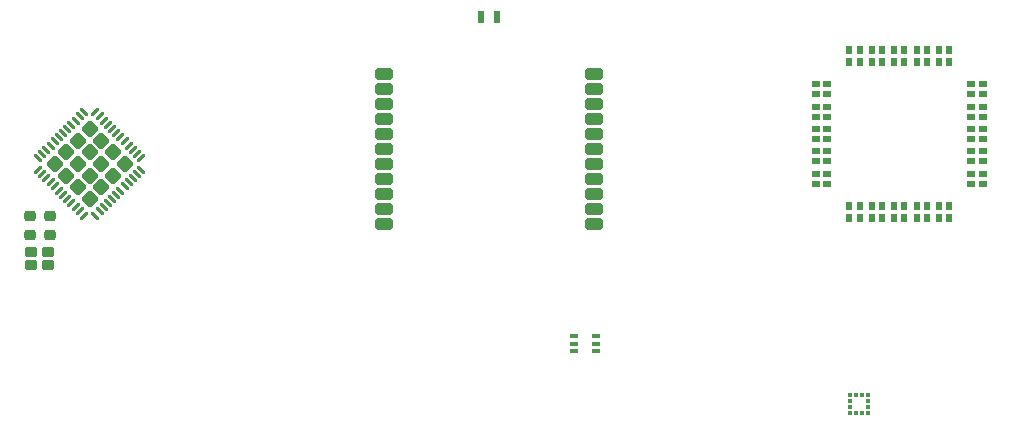
<source format=gbr>
%TF.GenerationSoftware,KiCad,Pcbnew,8.0.2-8.0.2-0~ubuntu22.04.1*%
%TF.CreationDate,2024-05-30T13:23:40+02:00*%
%TF.ProjectId,Version 1,56657273-696f-46e2-9031-2e6b69636164,1*%
%TF.SameCoordinates,Original*%
%TF.FileFunction,Paste,Top*%
%TF.FilePolarity,Positive*%
%FSLAX46Y46*%
G04 Gerber Fmt 4.6, Leading zero omitted, Abs format (unit mm)*
G04 Created by KiCad (PCBNEW 8.0.2-8.0.2-0~ubuntu22.04.1) date 2024-05-30 13:23:40*
%MOMM*%
%LPD*%
G01*
G04 APERTURE LIST*
G04 Aperture macros list*
%AMRoundRect*
0 Rectangle with rounded corners*
0 $1 Rounding radius*
0 $2 $3 $4 $5 $6 $7 $8 $9 X,Y pos of 4 corners*
0 Add a 4 corners polygon primitive as box body*
4,1,4,$2,$3,$4,$5,$6,$7,$8,$9,$2,$3,0*
0 Add four circle primitives for the rounded corners*
1,1,$1+$1,$2,$3*
1,1,$1+$1,$4,$5*
1,1,$1+$1,$6,$7*
1,1,$1+$1,$8,$9*
0 Add four rect primitives between the rounded corners*
20,1,$1+$1,$2,$3,$4,$5,0*
20,1,$1+$1,$4,$5,$6,$7,0*
20,1,$1+$1,$6,$7,$8,$9,0*
20,1,$1+$1,$8,$9,$2,$3,0*%
G04 Aperture macros list end*
%ADD10R,0.600000X1.100000*%
%ADD11RoundRect,0.250000X0.500000X-0.250000X0.500000X0.250000X-0.500000X0.250000X-0.500000X-0.250000X0*%
%ADD12R,0.375000X0.350000*%
%ADD13R,0.350000X0.375000*%
%ADD14RoundRect,0.102000X0.373000X0.323000X-0.373000X0.323000X-0.373000X-0.323000X0.373000X-0.323000X0*%
%ADD15RoundRect,0.100000X-0.225000X-0.100000X0.225000X-0.100000X0.225000X0.100000X-0.225000X0.100000X0*%
%ADD16R,0.720000X0.580000*%
%ADD17R,0.580000X0.720000*%
%ADD18RoundRect,0.225000X-0.250000X0.225000X-0.250000X-0.225000X0.250000X-0.225000X0.250000X0.225000X0*%
%ADD19RoundRect,0.250000X0.000000X-0.445477X0.445477X0.000000X0.000000X0.445477X-0.445477X0.000000X0*%
%ADD20RoundRect,0.062500X-0.220971X-0.309359X0.309359X0.220971X0.220971X0.309359X-0.309359X-0.220971X0*%
%ADD21RoundRect,0.062500X0.220971X-0.309359X0.309359X-0.220971X-0.220971X0.309359X-0.309359X0.220971X0*%
G04 APERTURE END LIST*
D10*
%TO.C,Y1*%
X63919111Y-21800222D03*
X65319111Y-21800222D03*
%TD*%
D11*
%TO.C,U1*%
X73509111Y-26626222D03*
X73509111Y-27896222D03*
X73509111Y-29166222D03*
X73509111Y-30436222D03*
X73509111Y-31706222D03*
X73509111Y-32976222D03*
X73509111Y-34246222D03*
X73509111Y-35516222D03*
X73509111Y-36786222D03*
X73509111Y-38056222D03*
X73509111Y-39326222D03*
X55729111Y-26626222D03*
X55729111Y-27896222D03*
X55729111Y-29166222D03*
X55729111Y-30436222D03*
X55729111Y-31706222D03*
X55729111Y-32976222D03*
X55729111Y-34246222D03*
X55729111Y-35516222D03*
X55729111Y-36786222D03*
X55729111Y-38056222D03*
X55729111Y-39326222D03*
%TD*%
D12*
%TO.C,U4*%
X95192500Y-53802500D03*
X95192500Y-54302500D03*
X95192500Y-54802500D03*
X95192500Y-55302500D03*
D13*
X95705000Y-55315000D03*
X96205000Y-55315000D03*
D12*
X96717500Y-55302500D03*
X96717500Y-54802500D03*
X96717500Y-54302500D03*
X96717500Y-53802500D03*
D13*
X96205000Y-53790000D03*
X95705000Y-53790000D03*
%TD*%
D14*
%TO.C,Y2*%
X27250344Y-41698880D03*
X25800344Y-41698880D03*
X25800344Y-42848880D03*
X27250344Y-42848880D03*
%TD*%
D15*
%TO.C,G1*%
X71797111Y-48836222D03*
X71797111Y-49486222D03*
X71797111Y-50136222D03*
X73697111Y-50136222D03*
X73697111Y-49486222D03*
X73697111Y-48836222D03*
%TD*%
D16*
%TO.C,U3*%
X92244111Y-27493222D03*
X92244111Y-28343222D03*
X92244111Y-29393222D03*
X92244111Y-30243222D03*
X92244111Y-31293222D03*
X92244111Y-32143222D03*
X92244111Y-33193222D03*
X92244111Y-34043222D03*
X92244111Y-35093222D03*
X92244111Y-35943222D03*
X93244111Y-27493222D03*
X93244111Y-28343222D03*
X93244111Y-29393222D03*
X93244111Y-30243222D03*
X93244111Y-31293222D03*
X93244111Y-32143222D03*
X93244111Y-33193222D03*
X93244111Y-34043222D03*
X93244111Y-35093222D03*
X93244111Y-35943222D03*
D17*
X95119111Y-24618222D03*
X95119111Y-25618222D03*
X95119111Y-37818222D03*
X95119111Y-38818222D03*
X95969111Y-24618222D03*
X95969111Y-25618222D03*
X95969111Y-37818222D03*
X95969111Y-38818222D03*
X97019111Y-24618222D03*
X97019111Y-25618222D03*
X97019111Y-37818222D03*
X97019111Y-38818222D03*
X97869111Y-24618222D03*
X97869111Y-25618222D03*
X97869111Y-37818222D03*
X97869111Y-38818222D03*
X98919111Y-24618222D03*
X98919111Y-25618222D03*
X98919111Y-37818222D03*
X98919111Y-38818222D03*
X99769111Y-24618222D03*
X99769111Y-25618222D03*
X99769111Y-37818222D03*
X99769111Y-38818222D03*
X100819111Y-24618222D03*
X100819111Y-25618222D03*
X100819111Y-37818222D03*
X100819111Y-38818222D03*
X101669111Y-24618222D03*
X101669111Y-25618222D03*
X101669111Y-37818222D03*
X101669111Y-38818222D03*
X102719111Y-24618222D03*
X102719111Y-25618222D03*
X102719111Y-37818222D03*
X102719111Y-38818222D03*
X103569111Y-24618222D03*
X103569111Y-25618222D03*
X103569111Y-37818222D03*
X103569111Y-38818222D03*
D16*
X105444111Y-27493222D03*
X105444111Y-28343222D03*
X105444111Y-29393222D03*
X105444111Y-30243222D03*
X105444111Y-31293222D03*
X105444111Y-32143222D03*
X105444111Y-33193222D03*
X105444111Y-34043222D03*
X105444111Y-35093222D03*
X105444111Y-35943222D03*
X106444111Y-27493222D03*
X106444111Y-28343222D03*
X106444111Y-29393222D03*
X106444111Y-30243222D03*
X106444111Y-31293222D03*
X106444111Y-32143222D03*
X106444111Y-33193222D03*
X106444111Y-34043222D03*
X106444111Y-35093222D03*
X106444111Y-35943222D03*
%TD*%
D18*
%TO.C,C9*%
X27388944Y-38704880D03*
X27388944Y-40254880D03*
%TD*%
%TO.C,C8*%
X25712544Y-38704880D03*
X25712544Y-40254880D03*
%TD*%
D19*
%TO.C,U2*%
X27822696Y-34253903D03*
X28812645Y-35243852D03*
X29802595Y-36233802D03*
X30792544Y-37223751D03*
X28812645Y-33263954D03*
X29802595Y-34253903D03*
X30792544Y-35243852D03*
X31782493Y-36233802D03*
X29802595Y-32274004D03*
X30792544Y-33263954D03*
X31782493Y-34253903D03*
X32772443Y-35243852D03*
X30792544Y-31284055D03*
X31782493Y-32274004D03*
X32772443Y-33263954D03*
X33762392Y-34253903D03*
D20*
X26417321Y-34740039D03*
X26770874Y-35093592D03*
X27124428Y-35447146D03*
X27477981Y-35800699D03*
X27831534Y-36154252D03*
X28185088Y-36507806D03*
X28538641Y-36861359D03*
X28892195Y-37214913D03*
X29245748Y-37568466D03*
X29599301Y-37922019D03*
X29952855Y-38275573D03*
X30306408Y-38629126D03*
D21*
X31278680Y-38629126D03*
X31632233Y-38275573D03*
X31985787Y-37922019D03*
X32339340Y-37568466D03*
X32692893Y-37214913D03*
X33046447Y-36861359D03*
X33400000Y-36507806D03*
X33753554Y-36154252D03*
X34107107Y-35800699D03*
X34460660Y-35447146D03*
X34814214Y-35093592D03*
X35167767Y-34740039D03*
D20*
X35167767Y-33767767D03*
X34814214Y-33414214D03*
X34460660Y-33060660D03*
X34107107Y-32707107D03*
X33753554Y-32353554D03*
X33400000Y-32000000D03*
X33046447Y-31646447D03*
X32692893Y-31292893D03*
X32339340Y-30939340D03*
X31985787Y-30585787D03*
X31632233Y-30232233D03*
X31278680Y-29878680D03*
D21*
X30306408Y-29878680D03*
X29952855Y-30232233D03*
X29599301Y-30585787D03*
X29245748Y-30939340D03*
X28892195Y-31292893D03*
X28538641Y-31646447D03*
X28185088Y-32000000D03*
X27831534Y-32353554D03*
X27477981Y-32707107D03*
X27124428Y-33060660D03*
X26770874Y-33414214D03*
X26417321Y-33767767D03*
%TD*%
M02*

</source>
